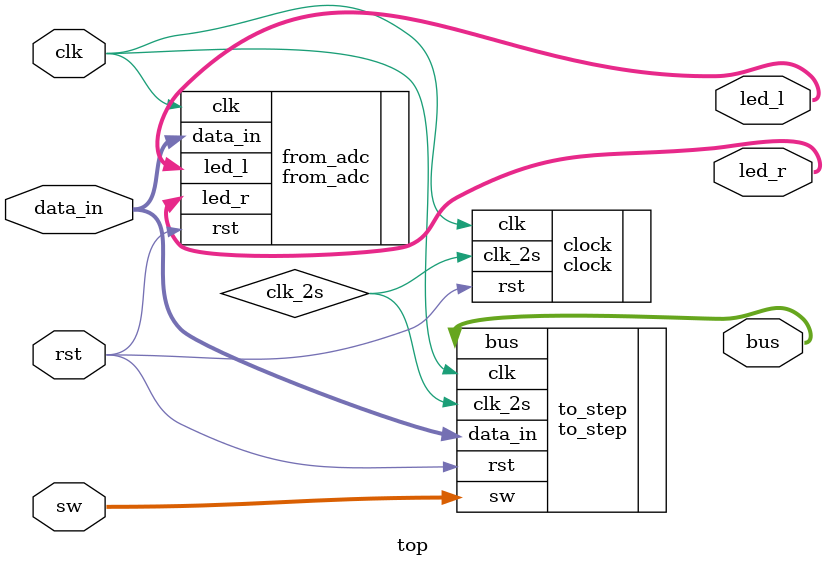
<source format=v>
`timescale 1ns / 1ps
module top(
		input [7:0] data_in,
		input clk,
		input rst,
		input [3:0] sw,
		output [7:0] led_l,
		output [7:0] led_r,
		output [3:0] bus

		
    );

		from_adc from_adc(
			.data_in(data_in),
			.clk(clk),
			.rst(rst),
			.led_l(led_l),
			.led_r(led_r)
			);
			
		to_step to_step(
			.clk(clk),
			.clk_2s(clk_2s),
			.data_in(data_in),
			.rst(rst),
			.sw(sw),
			.bus(bus)
			);
			
		clock clock(
			.clk(clk),
			.rst(rst),
			.clk_2s(clk_2s)
			);
			

endmodule
</source>
